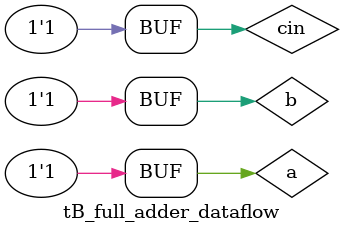
<source format=v>
module tB_full_adder_dataflow();
  
    // Declare variables and nets for module ports
    reg a;
    reg b;
    reg cin;
    wire sum;
    wire cout;  
  
    // Instantiate the module
    full_adder_dataflow FULL_ADD(
        .a(a),
        .b(b),
        .carry_in(cin),
        .sum(sum),
        .carry_out(cout)
        );
  
    // Generate stimulus and monitor module ports
    initial begin
      $monitor("a=%b, b=%b, carry_in=%0b, sum=%b, carry_out=%b", a, b, cin, sum, cout);
    end  
  
    initial begin
        #1; a = 0; b = 0; cin = 0;
        #1; a = 0; b = 0; cin = 1;
        #1; a = 0; b = 1; cin = 0;
        #1; a = 0; b = 1; cin = 1;
        #1; a = 1; b = 0; cin = 0;
        #1; a = 1; b = 0; cin = 1;
        #1; a = 1; b = 1; cin = 0;
        #1; a = 1; b = 1; cin = 1;
    end
  
endmodule

/*
# a=x, b=x, carry_in=x, sum=x, carry_out=x
# a=0, b=0, carry_in=0, sum=0, carry_out=0
# a=0, b=0, carry_in=1, sum=1, carry_out=0
# a=0, b=1, carry_in=0, sum=1, carry_out=0
# a=0, b=1, carry_in=1, sum=0, carry_out=1
# a=1, b=0, carry_in=0, sum=1, carry_out=0
# a=1, b=0, carry_in=1, sum=0, carry_out=1
# a=1, b=1, carry_in=0, sum=0, carry_out=1
# a=1, b=1, carry_in=1, sum=1, carry_out=1
*/
</source>
